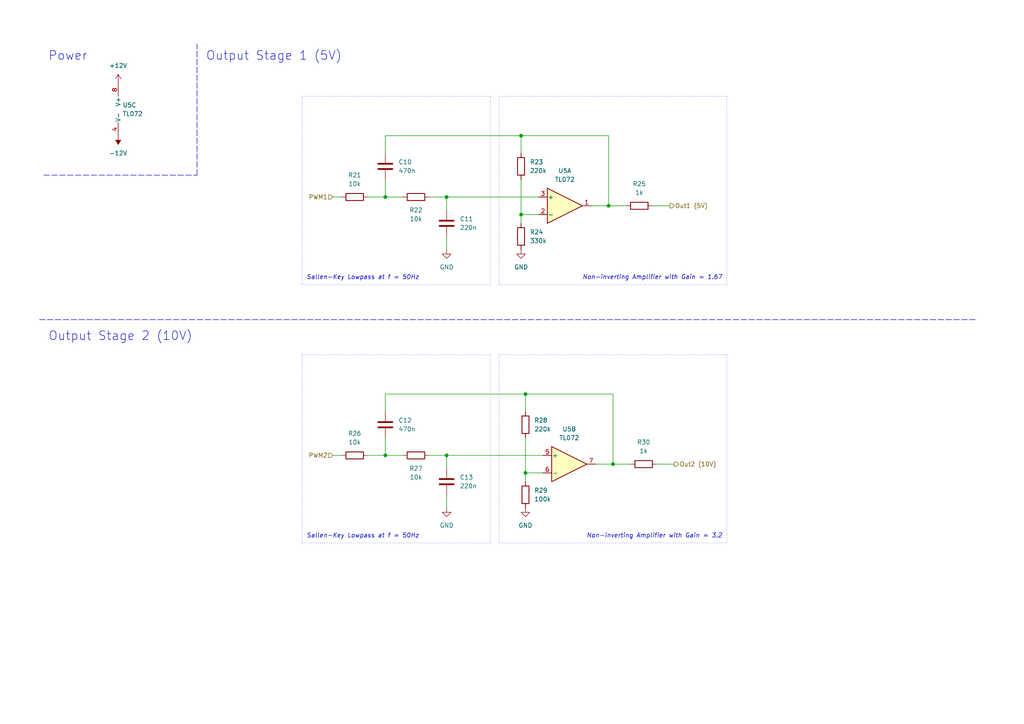
<source format=kicad_sch>
(kicad_sch (version 20211123) (generator eeschema)
  (paper "A4")
  (title_block (title "esp.seq: Dual Output Stage") (date "2022-10-29") (rev "2.0") (company "schlegelflegel"))
  (lib_symbols
    (symbol "Amplifier_Operational:TL072" (pin_names (offset 0.127))
      (property "Reference" "U" (at 0 5.08 0))
      (property "Value" "TL072" (at 0 -5.08 0))
      (symbol "TL072_1_1"
        (polyline (pts (xy -5.08 5.08) (xy 5.08 0) (xy -5.08 -5.08) (xy -5.08 5.08)) (stroke (width 0.254)) (fill (type background)))
        (pin output line (at 7.62 0 180) (length 2.54) (name "~") (number "1"))
        (pin input line (at -7.62 -2.54 0) (length 2.54) (name "-") (number "2"))
        (pin input line (at -7.62 2.54 0) (length 2.54) (name "+") (number "3"))
      )
      (symbol "TL072_2_1"
        (polyline (pts (xy -5.08 5.08) (xy 5.08 0) (xy -5.08 -5.08) (xy -5.08 5.08)) (stroke (width 0.254)) (fill (type background)))
        (pin input line (at -7.62 2.54 0) (length 2.54) (name "+") (number "5"))
        (pin input line (at -7.62 -2.54 0) (length 2.54) (name "-") (number "6"))
        (pin output line (at 7.62 0 180) (length 2.54) (name "~") (number "7"))
      )
      (symbol "TL072_3_1"
        (pin power_in line (at -2.54 -7.62 90) (length 3.81) (name "V-") (number "4"))
        (pin power_in line (at -2.54 7.62 270) (length 3.81) (name "V+") (number "8"))
      )
    )
    (symbol "Device:C" (pin_numbers hide) (pin_names (offset 0.254))
      (property "Reference" "C" (at 0.635 2.54 0))
      (property "Value" "C" (at 0.635 -2.54 0))
      (symbol "C_0_1"
        (polyline (pts (xy -2.032 -0.762) (xy 2.032 -0.762)) (stroke (width 0.508)))
        (polyline (pts (xy -2.032 0.762) (xy 2.032 0.762)) (stroke (width 0.508)))
      )
      (symbol "C_1_1"
        (pin passive line (at 0 3.81 270) (length 2.794) (name "~") (number "1"))
        (pin passive line (at 0 -3.81 90) (length 2.794) (name "~") (number "2"))
      )
    )
    (symbol "Device:R" (pin_numbers hide) (pin_names (offset 0))
      (property "Reference" "R" (at 2.032 0 90))
      (property "Value" "R" (at 0 0 90))
      (symbol "R_0_1"
        (rectangle (start -1.016 -2.54) (end 1.016 2.54) (stroke (width 0.254)))
      )
      (symbol "R_1_1"
        (pin passive line (at 0 3.81 270) (length 1.27) (name "~") (number "1"))
        (pin passive line (at 0 -3.81 90) (length 1.27) (name "~") (number "2"))
      )
    )
    (symbol "power:+12V" (power) (pin_names (offset 0))
      (property "Value" "+12V" (at 0 3.556 0))
      (symbol "+12V_0_1"
        (polyline (pts (xy -0.762 1.27) (xy 0 2.54)))
        (polyline (pts (xy 0 0) (xy 0 2.54)))
        (polyline (pts (xy 0 2.54) (xy 0.762 1.27)))
      )
      (symbol "+12V_1_1"
        (pin power_in line (at 0 0 90) (length 0) hide (name "+12V") (number "1"))
      )
    )
    (symbol "power:-12V" (power) (pin_names (offset 0))
      (property "Value" "-12V" (at 0 3.81 0))
      (symbol "-12V_0_0"
        (pin power_in line (at 0 0 90) (length 0) hide (name "-12V") (number "1"))
      )
      (symbol "-12V_0_1"
        (polyline (pts (xy 0 0) (xy 0 1.27) (xy 0.762 1.27) (xy 0 2.54) (xy -0.762 1.27) (xy 0 1.27)) (fill (type outline)))
      )
    )
    (symbol "power:GND" (power) (pin_names (offset 0))
      (property "Value" "GND" (at 0 -3.81 0))
      (symbol "GND_0_1"
        (polyline (pts (xy 0 0) (xy 0 -1.27) (xy 1.27 -1.27) (xy 0 -2.54) (xy -1.27 -1.27) (xy 0 -1.27)))
      )
      (symbol "GND_1_1"
        (pin power_in line (at 0 0 270) (length 0) hide (name "GND") (number "1"))
      )
    )
  )
  (junction (at 111.76 132.08))
  (junction (at 129.54 132.08))
  (junction (at 152.4 114.3))
  (junction (at 177.8 134.62))
  (junction (at 151.13 39.37))
  (junction (at 151.13 62.23))
  (junction (at 176.53 59.69))
  (junction (at 129.54 57.15))
  (junction (at 152.4 137.16))
  (junction (at 111.76 57.15))
  (wire (pts (xy 111.76 39.37) (xy 111.76 44.45)))
  (wire (pts (xy 124.46 132.08) (xy 129.54 132.08)))
  (wire (pts (xy 96.52 57.15) (xy 99.06 57.15)))
  (wire (pts (xy 111.76 114.3) (xy 111.76 119.38)))
  (wire (pts (xy 124.46 57.15) (xy 129.54 57.15)))
  (wire (pts (xy 176.53 59.69) (xy 181.61 59.69)))
  (wire (pts (xy 111.76 114.3) (xy 152.4 114.3)))
  (wire (pts (xy 106.68 57.15) (xy 111.76 57.15)))
  (wire (pts (xy 176.53 39.37) (xy 151.13 39.37)))
  (polyline (pts (xy 142.24 27.94) (xy 87.63 27.94)) (stroke (width 0.127) (type dot)))
  (wire (pts (xy 151.13 39.37) (xy 151.13 44.45)))
  (polyline (pts (xy 12.7 50.8) (xy 57.15 50.8)))
  (wire (pts (xy 96.52 132.08) (xy 99.06 132.08)))
  (polyline (pts (xy 210.82 82.55) (xy 210.82 27.94)) (stroke (width 0.127) (type dot)))
  (wire (pts (xy 172.72 134.62) (xy 177.8 134.62)))
  (wire (pts (xy 152.4 137.16) (xy 152.4 139.7)))
  (wire (pts (xy 111.76 52.07) (xy 111.76 57.15)))
  (polyline (pts (xy 210.82 157.48) (xy 210.82 102.87)) (stroke (width 0.127) (type dot)))
  (polyline (pts (xy 11.43 92.71) (xy 283.21 92.71)))
  (polyline (pts (xy 144.78 82.55) (xy 210.82 82.55)) (stroke (width 0.127) (type dot)))
  (wire (pts (xy 106.68 132.08) (xy 111.76 132.08)))
  (wire (pts (xy 111.76 127) (xy 111.76 132.08)))
  (wire (pts (xy 177.8 114.3) (xy 152.4 114.3)))
  (wire (pts (xy 151.13 62.23) (xy 151.13 64.77)))
  (polyline (pts (xy 87.63 157.48) (xy 142.24 157.48)) (stroke (width 0.127) (type dot)))
  (polyline (pts (xy 87.63 27.94) (xy 87.63 82.55)) (stroke (width 0.127) (type dot)))
  (wire (pts (xy 177.8 134.62) (xy 182.88 134.62)))
  (polyline (pts (xy 144.78 157.48) (xy 210.82 157.48)) (stroke (width 0.127) (type dot)))
  (wire (pts (xy 129.54 132.08) (xy 157.48 132.08)))
  (polyline (pts (xy 142.24 157.48) (xy 142.24 102.87)) (stroke (width 0.127) (type dot)))
  (wire (pts (xy 152.4 127) (xy 152.4 137.16)))
  (polyline (pts (xy 142.24 102.87) (xy 87.63 102.87)) (stroke (width 0.127) (type dot)))
  (polyline (pts (xy 144.78 102.87) (xy 144.78 157.48)) (stroke (width 0.127) (type dot)))
  (wire (pts (xy 111.76 57.15) (xy 116.84 57.15)))
  (polyline (pts (xy 87.63 82.55) (xy 142.24 82.55)) (stroke (width 0.127) (type dot)))
  (wire (pts (xy 171.45 59.69) (xy 176.53 59.69)))
  (wire (pts (xy 129.54 135.89) (xy 129.54 132.08)))
  (polyline (pts (xy 210.82 27.94) (xy 144.78 27.94)) (stroke (width 0.127) (type dot)))
  (wire (pts (xy 152.4 137.16) (xy 157.48 137.16)))
  (wire (pts (xy 129.54 143.51) (xy 129.54 147.32)))
  (wire (pts (xy 152.4 114.3) (xy 152.4 119.38)))
  (wire (pts (xy 176.53 59.69) (xy 176.53 39.37)))
  (wire (pts (xy 190.5 134.62) (xy 195.58 134.62)))
  (wire (pts (xy 129.54 57.15) (xy 156.21 57.15)))
  (wire (pts (xy 129.54 68.58) (xy 129.54 72.39)))
  (polyline (pts (xy 57.15 50.8) (xy 57.15 12.7)))
  (wire (pts (xy 177.8 134.62) (xy 177.8 114.3)))
  (polyline (pts (xy 210.82 102.87) (xy 144.78 102.87)) (stroke (width 0.127) (type dot)))
  (wire (pts (xy 151.13 52.07) (xy 151.13 62.23)))
  (wire (pts (xy 151.13 39.37) (xy 111.76 39.37)))
  (polyline (pts (xy 87.63 102.87) (xy 87.63 157.48)) (stroke (width 0.127) (type dot)))
  (wire (pts (xy 151.13 62.23) (xy 156.21 62.23)))
  (wire (pts (xy 129.54 60.96) (xy 129.54 57.15)))
  (wire (pts (xy 111.76 132.08) (xy 116.84 132.08)))
  (polyline (pts (xy 144.78 27.94) (xy 144.78 82.55)) (stroke (width 0.127) (type dot)))
  (wire (pts (xy 189.23 59.69) (xy 194.31 59.69)))
  (polyline (pts (xy 142.24 82.55) (xy 142.24 27.94)) (stroke (width 0.127) (type dot)))
  (text "Output Stage 1 (5V)" (at 59.69 17.78 0) (effects (font (size 2.54 2.54)) (justify left bottom)))
  (text "Non-inverting Amplifier with Gain = 1.67" (at 209.55 81.28 180) (effects (font (size 1.27 1.27) italic) (justify right bottom)))
  (text "Power" (at 13.97 17.78 0) (effects (font (size 2.54 2.54)) (justify left bottom)))
  (text "Sallen-Key Lowpass at f = 50Hz" (at 88.9 156.21 0) (effects (font (size 1.27 1.27) italic) (justify left bottom)))
  (text "Output Stage 2 (10V)" (at 13.97 99.06 0) (effects (font (size 2.54 2.54)) (justify left bottom)))
  (text "Sallen-Key Lowpass at f = 50Hz" (at 88.9 81.28 0) (effects (font (size 1.27 1.27) italic) (justify left bottom)))
  (text "Non-inverting Amplifier with Gain = 3.2" (at 209.55 156.21 180) (effects (font (size 1.27 1.27) italic) (justify right bottom)))
  (hierarchical_label "Out1 (5V)" (shape output) (at 194.31 59.69 0))
  (hierarchical_label "PWM2" (shape input) (at 96.52 132.08 180))
  (hierarchical_label "PWM1" (shape input) (at 96.52 57.15 180))
  (hierarchical_label "Out2 (10V)" (shape output) (at 195.58 134.62 0))
  (symbol (lib_id "Device:R") (at 120.65 132.08 90) (unit 1)
    (property "Reference" "R27" (at 120.65 135.89 90))
    (property "Value" "10k" (at 120.65 138.43 90))
    (property "Footprint" "Resistor_SMD:R_0805_2012Metric" (effects hide))
    (property "LCSC" "C17414" (effects hide))
  )
  (symbol (lib_id "power:GND") (at 151.13 72.39 0) (unit 1)
    (property "Reference" "#PWR065" (effects hide))
    (property "Value" "GND" (at 151.13 77.47 0))
  )
  (symbol (lib_id "Device:R") (at 151.13 68.58 0) (unit 1)
    (property "Reference" "R24" (at 153.67 67.3099 0) (effects (justify left)))
    (property "Value" "330k" (at 153.67 69.8499 0) (effects (justify left)))
    (property "Footprint" "Resistor_SMD:R_0805_2012Metric" (effects hide))
    (property "LCSC" "C17629" (effects hide))
  )
  (symbol (lib_id "power:GND") (at 152.4 147.32 0) (unit 1)
    (property "Reference" "#PWR067" (effects hide))
    (property "Value" "GND" (at 152.4 152.4 0))
  )
  (symbol (lib_id "Device:R") (at 120.65 57.15 90) (unit 1)
    (property "Reference" "R22" (at 120.65 60.96 90))
    (property "Value" "10k" (at 120.65 63.5 90))
    (property "Footprint" "Resistor_SMD:R_0805_2012Metric" (effects hide))
    (property "LCSC" "C17414" (effects hide))
  )
  (symbol (lib_id "Amplifier_Operational:TL072") (at 165.1 134.62 0) (unit 2)
    (property "Reference" "U5" (at 165.1 124.46 0))
    (property "Value" "TL072" (at 165.1 127 0))
    (property "Footprint" "Package_SO:SOIC-8_3.9x4.9mm_P1.27mm" (effects hide))
    (property "Datasheet" "http://www.ti.com/lit/ds/symlink/tl071.pdf" (effects hide))
    (property "LCSC" "C6961" (effects hide))
  )
  (symbol (lib_id "power:+12V") (at 34.29 24.13 0) (unit 1)
    (property "Reference" "#PWR068" (effects hide))
    (property "Value" "+12V" (at 34.29 19.05 0))
  )
  (symbol (lib_id "Amplifier_Operational:TL072") (at 163.83 59.69 0) (unit 1)
    (property "Reference" "U5" (at 163.83 49.53 0))
    (property "Value" "TL072" (at 163.83 52.07 0))
    (property "Footprint" "Package_SO:SOIC-8_3.9x4.9mm_P1.27mm" (effects hide))
    (property "Datasheet" "http://www.ti.com/lit/ds/symlink/tl071.pdf" (effects hide))
    (property "LCSC" "C6961" (effects hide))
  )
  (symbol (lib_id "Device:R") (at 102.87 132.08 90) (unit 1)
    (property "Reference" "R26" (at 102.87 125.73 90))
    (property "Value" "10k" (at 102.87 128.27 90))
    (property "Footprint" "Resistor_SMD:R_0805_2012Metric" (effects hide))
    (property "LCSC" "C17414" (effects hide))
  )
  (symbol (lib_id "Device:R") (at 152.4 123.19 0) (unit 1)
    (property "Reference" "R28" (at 154.94 121.9199 0) (effects (justify left)))
    (property "Value" "220k" (at 154.94 124.4599 0) (effects (justify left)))
    (property "Footprint" "Resistor_SMD:R_0805_2012Metric" (effects hide))
    (property "LCSC" "C17556" (effects hide))
  )
  (symbol (lib_id "Device:R") (at 152.4 143.51 0) (unit 1)
    (property "Reference" "R29" (at 154.94 142.2399 0) (effects (justify left)))
    (property "Value" "100k" (at 154.94 144.7799 0) (effects (justify left)))
    (property "Footprint" "Resistor_SMD:R_0805_2012Metric" (effects hide))
    (property "LCSC" "C149504" (effects hide))
  )
  (symbol (lib_id "Device:R") (at 151.13 48.26 0) (unit 1)
    (property "Reference" "R23" (at 153.67 46.9899 0) (effects (justify left)))
    (property "Value" "220k" (at 153.67 49.5299 0) (effects (justify left)))
    (property "Footprint" "Resistor_SMD:R_0805_2012Metric" (effects hide))
    (property "LCSC" "C17556" (effects hide))
  )
  (symbol (lib_id "Device:C") (at 111.76 123.19 0) (unit 1)
    (property "Reference" "C12" (at 115.57 121.9199 0) (effects (justify left)))
    (property "Value" "470n" (at 115.57 124.4599 0) (effects (justify left)))
    (property "Footprint" "Capacitor_SMD:C_0805_2012Metric" (effects hide))
    (property "LCSC" "C13967" (effects hide))
  )
  (symbol (lib_id "power:GND") (at 129.54 147.32 0) (unit 1)
    (property "Reference" "#PWR066" (effects hide))
    (property "Value" "GND" (at 129.54 152.4 0))
  )
  (symbol (lib_id "Device:R") (at 102.87 57.15 90) (unit 1)
    (property "Reference" "R21" (at 102.87 50.8 90))
    (property "Value" "10k" (at 102.87 53.34 90))
    (property "Footprint" "Resistor_SMD:R_0805_2012Metric" (effects hide))
    (property "LCSC" "C17414" (effects hide))
  )
  (symbol (lib_id "Device:C") (at 111.76 48.26 0) (unit 1)
    (property "Reference" "C10" (at 115.57 46.9899 0) (effects (justify left)))
    (property "Value" "470n" (at 115.57 49.5299 0) (effects (justify left)))
    (property "Footprint" "Capacitor_SMD:C_0805_2012Metric" (effects hide))
    (property "LCSC" "C13967" (effects hide))
  )
  (symbol (lib_id "Device:R") (at 186.69 134.62 90) (unit 1)
    (property "Reference" "R30" (at 186.69 128.27 90))
    (property "Value" "1k" (at 186.69 130.81 90))
    (property "Footprint" "Resistor_SMD:R_0805_2012Metric" (effects hide))
    (property "LCSC" "C17513" (effects hide))
  )
  (symbol (lib_id "Device:C") (at 129.54 64.77 0) (unit 1)
    (property "Reference" "C11" (at 133.35 63.4999 0) (effects (justify left)))
    (property "Value" "220n" (at 133.35 66.0399 0) (effects (justify left)))
    (property "Footprint" "Capacitor_SMD:C_0805_2012Metric" (effects hide))
    (property "LCSC" "C5378" (effects hide))
  )
  (symbol (lib_id "Device:R") (at 185.42 59.69 90) (unit 1)
    (property "Reference" "R25" (at 185.42 53.34 90))
    (property "Value" "1k" (at 185.42 55.88 90))
    (property "Footprint" "Resistor_SMD:R_0805_2012Metric" (effects hide))
    (property "LCSC" "C17513" (effects hide))
  )
  (symbol (lib_id "power:-12V") (at 34.29 39.37 0) (mirror x) (unit 1)
    (property "Reference" "#PWR0113" (effects hide))
    (property "Value" "-12V" (at 34.29 44.45 0))
  )
  (symbol (lib_id "power:GND") (at 129.54 72.39 0) (unit 1)
    (property "Reference" "#PWR064" (effects hide))
    (property "Value" "GND" (at 129.54 77.47 0))
  )
  (symbol (lib_id "Amplifier_Operational:TL072") (at 36.83 31.75 0) (unit 3)
    (property "Reference" "U5" (at 35.56 30.4799 0) (effects (justify left)))
    (property "Value" "TL072" (at 35.56 33.0199 0) (effects (justify left)))
    (property "Footprint" "Package_SO:SOIC-8_3.9x4.9mm_P1.27mm" (effects hide))
    (property "Datasheet" "http://www.ti.com/lit/ds/symlink/tl071.pdf" (effects hide))
    (property "LCSC" "C6961" (effects hide))
  )
  (symbol (lib_id "Device:C") (at 129.54 139.7 0) (unit 1)
    (property "Reference" "C13" (at 133.35 138.4299 0) (effects (justify left)))
    (property "Value" "220n" (at 133.35 140.9699 0) (effects (justify left)))
    (property "Footprint" "Capacitor_SMD:C_0805_2012Metric" (effects hide))
    (property "LCSC" "C5378" (effects hide))
  )
)
</source>
